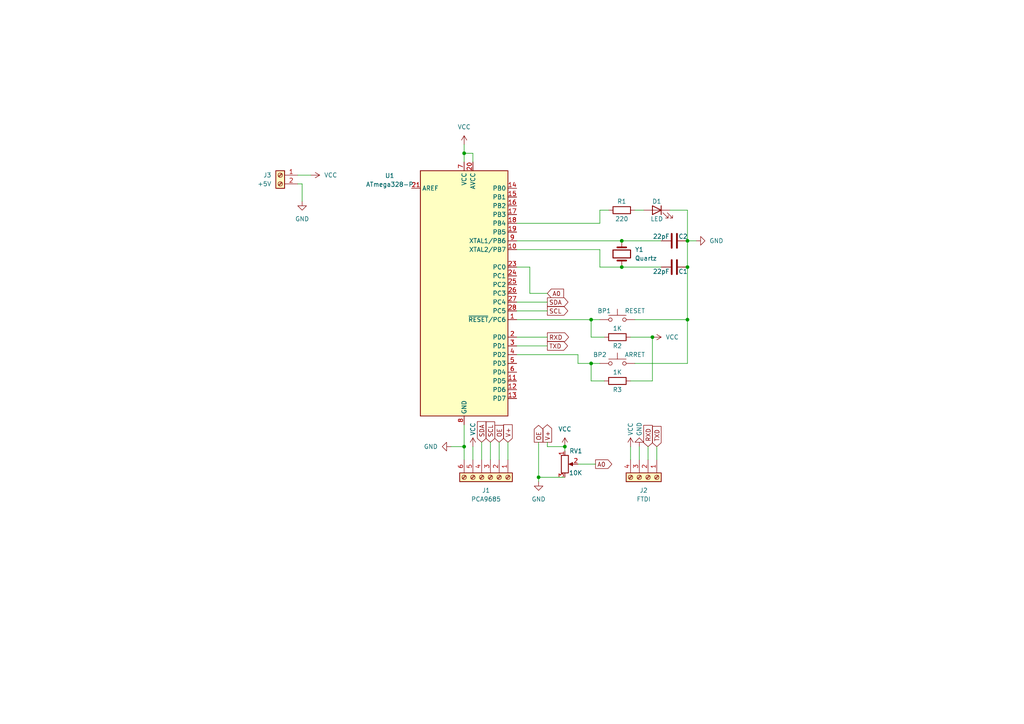
<source format=kicad_sch>
(kicad_sch (version 20230121) (generator eeschema)
  (paper "A4")
  (lib_symbols
    (symbol "Connector:Screw_Terminal_01x02" (pin_names (offset 1.016) hide)
      (property "Reference" "J" (at 0 2.54 0))
      (property "Value" "Screw_Terminal_01x02" (at 0 -5.08 0))
      (symbol "Screw_Terminal_01x02_1_1"
        (rectangle (start -1.27 1.27) (end 1.27 -3.81) (stroke (width 0.254)) (fill (type background)))
        (circle (center 0 -2.54) (radius 0.635) (stroke (width 0.1524)))
        (polyline (pts (xy -0.5334 -2.2098) (xy 0.3302 -3.048)) (stroke (width 0.1524)))
        (polyline (pts (xy -0.5334 0.3302) (xy 0.3302 -0.508)) (stroke (width 0.1524)))
        (polyline (pts (xy -0.3556 -2.032) (xy 0.508 -2.8702)) (stroke (width 0.1524)))
        (polyline (pts (xy -0.3556 0.508) (xy 0.508 -0.3302)) (stroke (width 0.1524)))
        (circle (center 0 0) (radius 0.635) (stroke (width 0.1524)))
        (pin passive line (at -5.08 0 0) (length 3.81) (name "Pin_1") (number "1"))
        (pin passive line (at -5.08 -2.54 0) (length 3.81) (name "Pin_2") (number "2"))
      )
    )
    (symbol "Connector:Screw_Terminal_01x04" (pin_names (offset 1.016) hide)
      (property "Reference" "J" (at 0 5.08 0))
      (property "Value" "Screw_Terminal_01x04" (at 0 -7.62 0))
      (symbol "Screw_Terminal_01x04_1_1"
        (rectangle (start -1.27 3.81) (end 1.27 -6.35) (stroke (width 0.254)) (fill (type background)))
        (circle (center 0 -5.08) (radius 0.635) (stroke (width 0.1524)))
        (circle (center 0 -2.54) (radius 0.635) (stroke (width 0.1524)))
        (polyline (pts (xy -0.5334 -4.7498) (xy 0.3302 -5.588)) (stroke (width 0.1524)))
        (polyline (pts (xy -0.5334 -2.2098) (xy 0.3302 -3.048)) (stroke (width 0.1524)))
        (polyline (pts (xy -0.5334 0.3302) (xy 0.3302 -0.508)) (stroke (width 0.1524)))
        (polyline (pts (xy -0.5334 2.8702) (xy 0.3302 2.032)) (stroke (width 0.1524)))
        (polyline (pts (xy -0.3556 -4.572) (xy 0.508 -5.4102)) (stroke (width 0.1524)))
        (polyline (pts (xy -0.3556 -2.032) (xy 0.508 -2.8702)) (stroke (width 0.1524)))
        (polyline (pts (xy -0.3556 0.508) (xy 0.508 -0.3302)) (stroke (width 0.1524)))
        (polyline (pts (xy -0.3556 3.048) (xy 0.508 2.2098)) (stroke (width 0.1524)))
        (circle (center 0 0) (radius 0.635) (stroke (width 0.1524)))
        (circle (center 0 2.54) (radius 0.635) (stroke (width 0.1524)))
        (pin passive line (at -5.08 2.54 0) (length 3.81) (name "Pin_1") (number "1"))
        (pin passive line (at -5.08 0 0) (length 3.81) (name "Pin_2") (number "2"))
        (pin passive line (at -5.08 -2.54 0) (length 3.81) (name "Pin_3") (number "3"))
        (pin passive line (at -5.08 -5.08 0) (length 3.81) (name "Pin_4") (number "4"))
      )
    )
    (symbol "Connector:Screw_Terminal_01x06" (pin_names (offset 1.016) hide)
      (property "Reference" "J" (at 0 7.62 0))
      (property "Value" "Screw_Terminal_01x06" (at 0 -10.16 0))
      (symbol "Screw_Terminal_01x06_1_1"
        (rectangle (start -1.27 6.35) (end 1.27 -8.89) (stroke (width 0.254)) (fill (type background)))
        (circle (center 0 -7.62) (radius 0.635) (stroke (width 0.1524)))
        (circle (center 0 -5.08) (radius 0.635) (stroke (width 0.1524)))
        (circle (center 0 -2.54) (radius 0.635) (stroke (width 0.1524)))
        (polyline (pts (xy -0.5334 -7.2898) (xy 0.3302 -8.128)) (stroke (width 0.1524)))
        (polyline (pts (xy -0.5334 -4.7498) (xy 0.3302 -5.588)) (stroke (width 0.1524)))
        (polyline (pts (xy -0.5334 -2.2098) (xy 0.3302 -3.048)) (stroke (width 0.1524)))
        (polyline (pts (xy -0.5334 0.3302) (xy 0.3302 -0.508)) (stroke (width 0.1524)))
        (polyline (pts (xy -0.5334 2.8702) (xy 0.3302 2.032)) (stroke (width 0.1524)))
        (polyline (pts (xy -0.5334 5.4102) (xy 0.3302 4.572)) (stroke (width 0.1524)))
        (polyline (pts (xy -0.3556 -7.112) (xy 0.508 -7.9502)) (stroke (width 0.1524)))
        (polyline (pts (xy -0.3556 -4.572) (xy 0.508 -5.4102)) (stroke (width 0.1524)))
        (polyline (pts (xy -0.3556 -2.032) (xy 0.508 -2.8702)) (stroke (width 0.1524)))
        (polyline (pts (xy -0.3556 0.508) (xy 0.508 -0.3302)) (stroke (width 0.1524)))
        (polyline (pts (xy -0.3556 3.048) (xy 0.508 2.2098)) (stroke (width 0.1524)))
        (polyline (pts (xy -0.3556 5.588) (xy 0.508 4.7498)) (stroke (width 0.1524)))
        (circle (center 0 0) (radius 0.635) (stroke (width 0.1524)))
        (circle (center 0 2.54) (radius 0.635) (stroke (width 0.1524)))
        (circle (center 0 5.08) (radius 0.635) (stroke (width 0.1524)))
        (pin passive line (at -5.08 5.08 0) (length 3.81) (name "Pin_1") (number "1"))
        (pin passive line (at -5.08 2.54 0) (length 3.81) (name "Pin_2") (number "2"))
        (pin passive line (at -5.08 0 0) (length 3.81) (name "Pin_3") (number "3"))
        (pin passive line (at -5.08 -2.54 0) (length 3.81) (name "Pin_4") (number "4"))
        (pin passive line (at -5.08 -5.08 0) (length 3.81) (name "Pin_5") (number "5"))
        (pin passive line (at -5.08 -7.62 0) (length 3.81) (name "Pin_6") (number "6"))
      )
    )
    (symbol "Device:C" (pin_numbers hide) (pin_names (offset 0.254))
      (property "Reference" "C" (at 0.635 2.54 0))
      (property "Value" "C" (at 0.635 -2.54 0))
      (symbol "C_0_1"
        (polyline (pts (xy -2.032 -0.762) (xy 2.032 -0.762)) (stroke (width 0.508)))
        (polyline (pts (xy -2.032 0.762) (xy 2.032 0.762)) (stroke (width 0.508)))
      )
      (symbol "C_1_1"
        (pin passive line (at 0 3.81 270) (length 2.794) (name "~") (number "1"))
        (pin passive line (at 0 -3.81 90) (length 2.794) (name "~") (number "2"))
      )
    )
    (symbol "Device:Crystal" (pin_numbers hide) (pin_names (offset 1.016) hide)
      (property "Reference" "Y" (at 0 3.81 0))
      (property "Value" "Crystal" (at 0 -3.81 0))
      (symbol "Crystal_0_1"
        (rectangle (start -1.143 2.54) (end 1.143 -2.54) (stroke (width 0.3048)))
        (polyline (pts (xy -2.54 0) (xy -1.905 0)))
        (polyline (pts (xy -1.905 -1.27) (xy -1.905 1.27)) (stroke (width 0.508)))
        (polyline (pts (xy 1.905 -1.27) (xy 1.905 1.27)) (stroke (width 0.508)))
        (polyline (pts (xy 2.54 0) (xy 1.905 0)))
      )
      (symbol "Crystal_1_1"
        (pin passive line (at -3.81 0 0) (length 1.27) (name "1") (number "1"))
        (pin passive line (at 3.81 0 180) (length 1.27) (name "2") (number "2"))
      )
    )
    (symbol "Device:LED" (pin_numbers hide) (pin_names (offset 1.016) hide)
      (property "Reference" "D" (at 0 2.54 0))
      (property "Value" "LED" (at 0 -2.54 0))
      (symbol "LED_0_1"
        (polyline (pts (xy -1.27 -1.27) (xy -1.27 1.27)) (stroke (width 0.254)))
        (polyline (pts (xy -1.27 0) (xy 1.27 0)))
        (polyline (pts (xy 1.27 -1.27) (xy 1.27 1.27) (xy -1.27 0) (xy 1.27 -1.27)) (stroke (width 0.254)))
        (polyline (pts (xy -3.048 -0.762) (xy -4.572 -2.286) (xy -3.81 -2.286) (xy -4.572 -2.286) (xy -4.572 -1.524)))
        (polyline (pts (xy -1.778 -0.762) (xy -3.302 -2.286) (xy -2.54 -2.286) (xy -3.302 -2.286) (xy -3.302 -1.524)))
      )
      (symbol "LED_1_1"
        (pin passive line (at -3.81 0 0) (length 2.54) (name "K") (number "1"))
        (pin passive line (at 3.81 0 180) (length 2.54) (name "A") (number "2"))
      )
    )
    (symbol "Device:R" (pin_numbers hide) (pin_names (offset 0))
      (property "Reference" "R" (at 2.032 0 90))
      (property "Value" "R" (at 0 0 90))
      (symbol "R_0_1"
        (rectangle (start -1.016 -2.54) (end 1.016 2.54) (stroke (width 0.254)))
      )
      (symbol "R_1_1"
        (pin passive line (at 0 3.81 270) (length 1.27) (name "~") (number "1"))
        (pin passive line (at 0 -3.81 90) (length 1.27) (name "~") (number "2"))
      )
    )
    (symbol "Device:R_Potentiometer" (pin_names (offset 1.016) hide)
      (property "Reference" "RV" (at -4.445 0 90))
      (property "Value" "R_Potentiometer" (at -2.54 0 90))
      (symbol "R_Potentiometer_0_1"
        (polyline (pts (xy 2.54 0) (xy 1.524 0)))
        (polyline (pts (xy 1.143 0) (xy 2.286 0.508) (xy 2.286 -0.508) (xy 1.143 0)) (fill (type outline)))
        (rectangle (start 1.016 2.54) (end -1.016 -2.54) (stroke (width 0.254)))
      )
      (symbol "R_Potentiometer_1_1"
        (pin passive line (at 0 3.81 270) (length 1.27) (name "1") (number "1"))
        (pin passive line (at 3.81 0 180) (length 1.27) (name "2") (number "2"))
        (pin passive line (at 0 -3.81 90) (length 1.27) (name "3") (number "3"))
      )
    )
    (symbol "MCU_Microchip_ATmega:ATmega328-P"
      (property "Reference" "U" (at -12.7 36.83 0))
      (property "Value" "ATmega328-P" (at 2.54 -36.83 0))
      (symbol "ATmega328-P_0_1"
        (rectangle (start -12.7 -35.56) (end 12.7 35.56) (stroke (width 0.254)) (fill (type background)))
      )
      (symbol "ATmega328-P_1_1"
        (pin bidirectional line (at 15.24 -7.62 180) (length 2.54) (name "~{RESET}/PC6") (number "1"))
        (pin bidirectional line (at 15.24 12.7 180) (length 2.54) (name "XTAL2/PB7") (number "10"))
        (pin bidirectional line (at 15.24 -25.4 180) (length 2.54) (name "PD5") (number "11"))
        (pin bidirectional line (at 15.24 -27.94 180) (length 2.54) (name "PD6") (number "12"))
        (pin bidirectional line (at 15.24 -30.48 180) (length 2.54) (name "PD7") (number "13"))
        (pin bidirectional line (at 15.24 30.48 180) (length 2.54) (name "PB0") (number "14"))
        (pin bidirectional line (at 15.24 27.94 180) (length 2.54) (name "PB1") (number "15"))
        (pin bidirectional line (at 15.24 25.4 180) (length 2.54) (name "PB2") (number "16"))
        (pin bidirectional line (at 15.24 22.86 180) (length 2.54) (name "PB3") (number "17"))
        (pin bidirectional line (at 15.24 20.32 180) (length 2.54) (name "PB4") (number "18"))
        (pin bidirectional line (at 15.24 17.78 180) (length 2.54) (name "PB5") (number "19"))
        (pin bidirectional line (at 15.24 -12.7 180) (length 2.54) (name "PD0") (number "2"))
        (pin power_in line (at 2.54 38.1 270) (length 2.54) (name "AVCC") (number "20"))
        (pin passive line (at -15.24 30.48 0) (length 2.54) (name "AREF") (number "21"))
        (pin passive line (at 0 -38.1 90) (length 2.54) hide (name "GND") (number "22"))
        (pin bidirectional line (at 15.24 7.62 180) (length 2.54) (name "PC0") (number "23"))
        (pin bidirectional line (at 15.24 5.08 180) (length 2.54) (name "PC1") (number "24"))
        (pin bidirectional line (at 15.24 2.54 180) (length 2.54) (name "PC2") (number "25"))
        (pin bidirectional line (at 15.24 0 180) (length 2.54) (name "PC3") (number "26"))
        (pin bidirectional line (at 15.24 -2.54 180) (length 2.54) (name "PC4") (number "27"))
        (pin bidirectional line (at 15.24 -5.08 180) (length 2.54) (name "PC5") (number "28"))
        (pin bidirectional line (at 15.24 -15.24 180) (length 2.54) (name "PD1") (number "3"))
        (pin bidirectional line (at 15.24 -17.78 180) (length 2.54) (name "PD2") (number "4"))
        (pin bidirectional line (at 15.24 -20.32 180) (length 2.54) (name "PD3") (number "5"))
        (pin bidirectional line (at 15.24 -22.86 180) (length 2.54) (name "PD4") (number "6"))
        (pin power_in line (at 0 38.1 270) (length 2.54) (name "VCC") (number "7"))
        (pin power_in line (at 0 -38.1 90) (length 2.54) (name "GND") (number "8"))
        (pin bidirectional line (at 15.24 15.24 180) (length 2.54) (name "XTAL1/PB6") (number "9"))
      )
    )
    (symbol "Switch:SW_MEC_5G" (pin_numbers hide) (pin_names (offset 1.016) hide)
      (property "Reference" "SW" (at 1.27 2.54 0))
      (property "Value" "SW_MEC_5G" (at 0 -1.524 0))
      (symbol "SW_MEC_5G_0_1"
        (circle (center -2.032 0) (radius 0.508))
        (polyline (pts (xy 0 1.27) (xy 0 3.048)))
        (polyline (pts (xy 2.54 1.27) (xy -2.54 1.27)))
        (circle (center 2.032 0) (radius 0.508))
        (pin passive line (at -5.08 0 0) (length 2.54) (name "A") (number "1"))
        (pin passive line (at 5.08 0 180) (length 2.54) (name "B") (number "3"))
      )
      (symbol "SW_MEC_5G_1_1"
        (pin passive line (at -5.08 0 0) (length 2.54) hide (name "A") (number "2"))
        (pin passive line (at 5.08 0 180) (length 2.54) hide (name "B") (number "4"))
      )
    )
    (symbol "power:GND" (power) (pin_names (offset 0))
      (property "Value" "GND" (at 0 -3.81 0))
      (symbol "GND_0_1"
        (polyline (pts (xy 0 0) (xy 0 -1.27) (xy 1.27 -1.27) (xy 0 -2.54) (xy -1.27 -1.27) (xy 0 -1.27)))
      )
      (symbol "GND_1_1"
        (pin power_in line (at 0 0 270) (length 0) hide (name "GND") (number "1"))
      )
    )
    (symbol "power:VCC" (power) (pin_names (offset 0))
      (property "Value" "VCC" (at 0 3.81 0))
      (symbol "VCC_0_1"
        (polyline (pts (xy -0.762 1.27) (xy 0 2.54)))
        (polyline (pts (xy 0 0) (xy 0 2.54)))
        (polyline (pts (xy 0 2.54) (xy 0.762 1.27)))
      )
      (symbol "VCC_1_1"
        (pin power_in line (at 0 0 90) (length 0) hide (name "VCC") (number "1"))
      )
    )
  )
  (junction (at 199.39 92.71))
  (junction (at 189.23 97.79))
  (junction (at 163.83 129.54))
  (junction (at 134.62 129.54))
  (junction (at 180.34 77.47))
  (junction (at 156.21 138.43))
  (junction (at 180.34 69.85))
  (junction (at 171.45 92.71))
  (junction (at 199.39 77.47))
  (junction (at 171.45 105.41))
  (junction (at 134.62 44.45))
  (junction (at 199.39 69.85))
  (wire (pts (xy 86.36 50.8) (xy 90.17 50.8)))
  (wire (pts (xy 167.64 105.41) (xy 171.45 105.41)))
  (wire (pts (xy 134.62 123.19) (xy 134.62 129.54)))
  (wire (pts (xy 149.86 102.87) (xy 167.64 102.87)))
  (wire (pts (xy 189.23 97.79) (xy 189.23 110.49)))
  (wire (pts (xy 156.21 138.43) (xy 163.83 138.43)))
  (wire (pts (xy 171.45 92.71) (xy 173.99 92.71)))
  (wire (pts (xy 134.62 41.91) (xy 134.62 44.45)))
  (wire (pts (xy 158.75 129.54) (xy 163.83 129.54)))
  (wire (pts (xy 149.86 90.17) (xy 158.75 90.17)))
  (wire (pts (xy 130.81 129.54) (xy 134.62 129.54)))
  (wire (pts (xy 149.86 100.33) (xy 158.75 100.33)))
  (wire (pts (xy 163.83 129.54) (xy 163.83 130.81)))
  (wire (pts (xy 173.99 64.77) (xy 173.99 60.96)))
  (wire (pts (xy 149.86 87.63) (xy 158.75 87.63)))
  (wire (pts (xy 149.86 72.39) (xy 173.99 72.39)))
  (wire (pts (xy 175.26 110.49) (xy 171.45 110.49)))
  (wire (pts (xy 182.88 110.49) (xy 189.23 110.49)))
  (wire (pts (xy 137.16 46.99) (xy 137.16 44.45)))
  (wire (pts (xy 184.15 105.41) (xy 199.39 105.41)))
  (wire (pts (xy 199.39 60.96) (xy 199.39 69.85)))
  (wire (pts (xy 149.86 97.79) (xy 158.75 97.79)))
  (wire (pts (xy 180.34 69.85) (xy 191.77 69.85)))
  (wire (pts (xy 185.42 129.54) (xy 185.42 133.35)))
  (wire (pts (xy 199.39 69.85) (xy 201.93 69.85)))
  (wire (pts (xy 167.64 134.62) (xy 172.72 134.62)))
  (wire (pts (xy 182.88 97.79) (xy 189.23 97.79)))
  (wire (pts (xy 137.16 44.45) (xy 134.62 44.45)))
  (wire (pts (xy 173.99 72.39) (xy 173.99 77.47)))
  (wire (pts (xy 190.5 129.54) (xy 190.5 133.35)))
  (wire (pts (xy 142.24 128.27) (xy 142.24 133.35)))
  (wire (pts (xy 199.39 92.71) (xy 199.39 105.41)))
  (wire (pts (xy 167.64 102.87) (xy 167.64 105.41)))
  (wire (pts (xy 156.21 138.43) (xy 156.21 139.7)))
  (wire (pts (xy 149.86 64.77) (xy 173.99 64.77)))
  (wire (pts (xy 87.63 53.34) (xy 87.63 58.42)))
  (wire (pts (xy 153.67 77.47) (xy 153.67 85.09)))
  (wire (pts (xy 86.36 53.34) (xy 87.63 53.34)))
  (wire (pts (xy 139.7 128.27) (xy 139.7 133.35)))
  (wire (pts (xy 134.62 44.45) (xy 134.62 46.99)))
  (wire (pts (xy 149.86 92.71) (xy 171.45 92.71)))
  (wire (pts (xy 194.31 60.96) (xy 199.39 60.96)))
  (wire (pts (xy 134.62 129.54) (xy 134.62 133.35)))
  (wire (pts (xy 184.15 92.71) (xy 199.39 92.71)))
  (wire (pts (xy 184.15 60.96) (xy 186.69 60.96)))
  (wire (pts (xy 199.39 69.85) (xy 199.39 77.47)))
  (wire (pts (xy 156.21 128.27) (xy 156.21 138.43)))
  (wire (pts (xy 171.45 110.49) (xy 171.45 105.41)))
  (wire (pts (xy 199.39 77.47) (xy 199.39 92.71)))
  (wire (pts (xy 173.99 60.96) (xy 176.53 60.96)))
  (wire (pts (xy 173.99 77.47) (xy 180.34 77.47)))
  (wire (pts (xy 149.86 69.85) (xy 180.34 69.85)))
  (wire (pts (xy 171.45 97.79) (xy 171.45 92.71)))
  (wire (pts (xy 137.16 129.54) (xy 137.16 133.35)))
  (wire (pts (xy 158.75 128.27) (xy 158.75 129.54)))
  (wire (pts (xy 153.67 85.09) (xy 158.75 85.09)))
  (wire (pts (xy 191.77 77.47) (xy 180.34 77.47)))
  (wire (pts (xy 187.96 129.54) (xy 187.96 133.35)))
  (wire (pts (xy 182.88 129.54) (xy 182.88 133.35)))
  (wire (pts (xy 147.32 128.27) (xy 147.32 133.35)))
  (wire (pts (xy 171.45 105.41) (xy 173.99 105.41)))
  (wire (pts (xy 175.26 97.79) (xy 171.45 97.79)))
  (wire (pts (xy 149.86 77.47) (xy 153.67 77.47)))
  (wire (pts (xy 144.78 128.27) (xy 144.78 133.35)))
  (global_label "SDA" (shape input) (at 139.7 128.27 90) (property "Intersheetrefs" "${INTERSHEET_REFS}" (effects hide)))
  (global_label "TXD" (shape output) (at 158.75 100.33 0) (property "Intersheetrefs" "${INTERSHEET_REFS}" (effects hide)))
  (global_label "A0" (shape input) (at 158.75 85.09 0) (property "Intersheetrefs" "${INTERSHEET_REFS}" (effects hide)))
  (global_label "OE" (shape output) (at 156.21 128.27 90) (property "Intersheetrefs" "${INTERSHEET_REFS}" (effects hide)))
  (global_label "TXD" (shape input) (at 190.5 129.54 90) (property "Intersheetrefs" "${INTERSHEET_REFS}" (effects hide)))
  (global_label "A0" (shape output) (at 172.72 134.62 0) (property "Intersheetrefs" "${INTERSHEET_REFS}" (effects hide)))
  (global_label "SCL" (shape input) (at 142.24 128.27 90) (property "Intersheetrefs" "${INTERSHEET_REFS}" (effects hide)))
  (global_label "RXD" (shape output) (at 158.75 97.79 0) (property "Intersheetrefs" "${INTERSHEET_REFS}" (effects hide)))
  (global_label "SDA" (shape output) (at 158.75 87.63 0) (property "Intersheetrefs" "${INTERSHEET_REFS}" (effects hide)))
  (global_label "V+" (shape output) (at 158.75 128.27 90) (property "Intersheetrefs" "${INTERSHEET_REFS}" (effects hide)))
  (global_label "OE" (shape input) (at 144.78 128.27 90) (property "Intersheetrefs" "${INTERSHEET_REFS}" (effects hide)))
  (global_label "SCL" (shape output) (at 158.75 90.17 0) (property "Intersheetrefs" "${INTERSHEET_REFS}" (effects hide)))
  (global_label "V+" (shape input) (at 147.32 128.27 90) (property "Intersheetrefs" "${INTERSHEET_REFS}" (effects hide)))
  (global_label "RXD" (shape input) (at 187.96 129.54 90) (property "Intersheetrefs" "${INTERSHEET_REFS}" (effects hide)))
  (symbol (lib_id "Device:C") (at 195.58 69.85 90) (unit 1)
    (property "Reference" "C2" (at 198.12 68.58 90))
    (property "Value" "22pF" (at 191.77 68.58 90))
    (property "Footprint" "Capacitor_THT:C_Disc_D4.3mm_W1.9mm_P5.00mm" (effects hide))
  )
  (symbol (lib_id "Connector:Screw_Terminal_01x04") (at 187.96 138.43 270) (unit 1)
    (property "Reference" "J2" (at 186.69 142.24 90))
    (property "Value" "FTDI" (at 186.69 144.78 90))
    (property "Footprint" "TerminalBlock:TerminalBlock_bornier-4_P5.08mm" (effects hide))
  )
  (symbol (lib_id "Switch:SW_MEC_5G") (at 179.07 92.71 0) (unit 1)
    (property "Reference" "BP1" (at 175.26 90.17 0))
    (property "Value" "RESET" (at 184.15 90.17 0))
    (property "Footprint" "TerminalBlock:TerminalBlock_bornier-2_P5.08mm" (effects hide))
    (property "Datasheet" "http://www.apem.com/int/index.php?controller=attachment&id_attachment=488" (effects hide))
  )
  (symbol (lib_id "power:GND") (at 156.21 139.7 0) (unit 1)
    (property "Reference" "#PWR06" (effects hide))
    (property "Value" "GND" (at 156.21 144.78 0))
  )
  (symbol (lib_id "Device:Crystal") (at 180.34 73.66 90) (unit 1)
    (property "Reference" "Y1" (at 184.15 72.39 90) (effects (justify right)))
    (property "Value" "Quartz" (at 184.15 74.93 90) (effects (justify right)))
    (property "Footprint" "Crystal:Resonator-2Pin_W7.0mm_H2.5mm" (effects hide))
  )
  (symbol (lib_id "Device:R") (at 179.07 97.79 90) (unit 1)
    (property "Reference" "R2" (at 179.07 100.33 90))
    (property "Value" "1K" (at 179.07 95.25 90))
    (property "Footprint" "Resistor_THT:R_Axial_DIN0207_L6.3mm_D2.5mm_P10.16mm_Horizontal" (effects hide))
  )
  (symbol (lib_id "Device:R") (at 180.34 60.96 90) (unit 1)
    (property "Reference" "R1" (at 180.34 58.42 90))
    (property "Value" "220" (at 180.34 63.5 90))
    (property "Footprint" "Resistor_THT:R_Axial_DIN0207_L6.3mm_D2.5mm_P10.16mm_Horizontal" (effects hide))
  )
  (symbol (lib_id "power:VCC") (at 189.23 97.79 270) (unit 1)
    (property "Reference" "#PWR02" (effects hide))
    (property "Value" "VCC" (at 193.04 97.79 90) (effects (justify left)))
  )
  (symbol (lib_id "Device:R") (at 179.07 110.49 90) (unit 1)
    (property "Reference" "R3" (at 179.07 113.03 90))
    (property "Value" "1K" (at 179.07 107.95 90))
    (property "Footprint" "Resistor_THT:R_Axial_DIN0207_L6.3mm_D2.5mm_P10.16mm_Horizontal" (effects hide))
  )
  (symbol (lib_id "Device:C") (at 195.58 77.47 90) (unit 1)
    (property "Reference" "C1" (at 198.12 78.74 90))
    (property "Value" "22pF" (at 191.77 78.74 90))
    (property "Footprint" "Capacitor_THT:C_Disc_D4.3mm_W1.9mm_P5.00mm" (effects hide))
  )
  (symbol (lib_id "power:GND") (at 87.63 58.42 0) (unit 1)
    (property "Reference" "#PWR010" (effects hide))
    (property "Value" "GND" (at 87.63 63.5 0))
  )
  (symbol (lib_id "power:VCC") (at 163.83 129.54 0) (unit 1)
    (property "Reference" "#PWR05" (effects hide))
    (property "Value" "VCC" (at 163.83 124.46 0))
  )
  (symbol (lib_id "Device:R_Potentiometer") (at 163.83 134.62 0) (unit 1)
    (property "Reference" "RV1" (at 168.91 130.81 0) (effects (justify right)))
    (property "Value" "10K" (at 168.91 137.16 0) (effects (justify right)))
    (property "Footprint" "TerminalBlock:TerminalBlock_bornier-3_P5.08mm" (effects hide))
  )
  (symbol (lib_id "power:VCC") (at 134.62 41.91 0) (unit 1)
    (property "Reference" "#PWR07" (effects hide))
    (property "Value" "VCC" (at 134.62 36.83 0))
  )
  (symbol (lib_id "Connector:Screw_Terminal_01x02") (at 81.28 50.8 0) (mirror y) (unit 1)
    (property "Reference" "J3" (at 78.74 50.8 0) (effects (justify left)))
    (property "Value" "+5V" (at 78.74 53.34 0) (effects (justify left)))
    (property "Footprint" "TerminalBlock:TerminalBlock_bornier-2_P5.08mm" (effects hide))
  )
  (symbol (lib_id "MCU_Microchip_ATmega:ATmega328-P") (at 134.62 85.09 0) (unit 1)
    (property "Reference" "U1" (at 113.03 50.9621 0))
    (property "Value" "ATmega328-P" (at 113.03 53.5021 0))
    (property "Footprint" "Package_DIP:DIP-28_W7.62mm" (effects hide))
    (property "Datasheet" "http://ww1.microchip.com/downloads/en/DeviceDoc/ATmega328_P%20AVR%20MCU%20with%20picoPower%20Technology%20Data%20Sheet%2040001984A.pdf" (effects hide))
  )
  (symbol (lib_id "power:VCC") (at 137.16 129.54 0) (unit 1)
    (property "Reference" "#PWR04" (effects hide))
    (property "Value" "VCC" (at 137.16 124.46 90))
  )
  (symbol (lib_id "Switch:SW_MEC_5G") (at 179.07 105.41 0) (unit 1)
    (property "Reference" "BP2" (at 173.99 102.87 0))
    (property "Value" "ARRET" (at 184.15 102.87 0))
    (property "Footprint" "TerminalBlock:TerminalBlock_bornier-2_P5.08mm" (effects hide))
    (property "Datasheet" "http://www.apem.com/int/index.php?controller=attachment&id_attachment=488" (effects hide))
  )
  (symbol (lib_id "power:GND") (at 130.81 129.54 270) (unit 1)
    (property "Reference" "#PWR03" (effects hide))
    (property "Value" "GND" (at 127 129.54 90) (effects (justify right)))
  )
  (symbol (lib_id "power:GND") (at 185.42 129.54 0) (mirror x) (unit 1)
    (property "Reference" "#PWR09" (effects hide))
    (property "Value" "GND" (at 185.42 124.46 90))
  )
  (symbol (lib_id "Connector:Screw_Terminal_01x06") (at 142.24 138.43 270) (unit 1)
    (property "Reference" "J1" (at 140.97 142.24 90))
    (property "Value" "PCA9685" (at 140.97 144.78 90))
    (property "Footprint" "TerminalBlock:TerminalBlock_bornier-6_P5.08mm" (effects hide))
  )
  (symbol (lib_id "power:VCC") (at 182.88 129.54 0) (unit 1)
    (property "Reference" "#PWR08" (effects hide))
    (property "Value" "VCC" (at 182.88 124.46 90))
  )
  (symbol (lib_id "power:GND") (at 201.93 69.85 90) (unit 1)
    (property "Reference" "#PWR01" (effects hide))
    (property "Value" "GND" (at 205.74 69.85 90) (effects (justify right)))
  )
  (symbol (lib_id "power:VCC") (at 90.17 50.8 270) (unit 1)
    (property "Reference" "#PWR011" (effects hide))
    (property "Value" "VCC" (at 93.98 50.8 90) (effects (justify left)))
  )
  (symbol (lib_id "Device:LED") (at 190.5 60.96 0) (mirror y) (unit 1)
    (property "Reference" "D1" (at 190.5 58.42 0))
    (property "Value" "LED" (at 190.5 63.5 0))
    (property "Footprint" "TerminalBlock:TerminalBlock_bornier-2_P5.08mm" (effects hide))
  )
)
</source>
